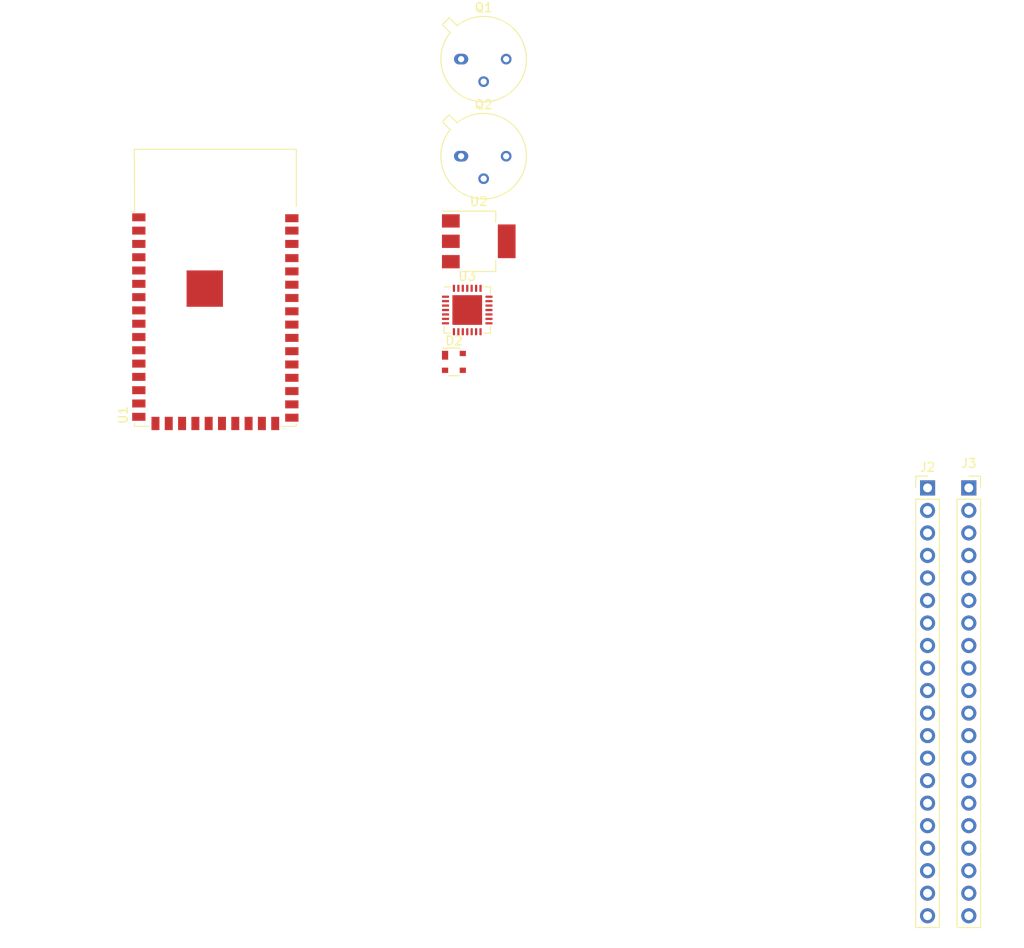
<source format=kicad_pcb>
(kicad_pcb (version 20221018) (generator pcbnew)
  (layers (0 "F.Cu" signal) (31 "B.Cu" signal) (34 "B.Paste" user) (35 "F.Paste" user) (36 "B.SilkS" user "B.Silkscreen") (37 "F.SilkS" user "F.Silkscreen") (38 "B.Mask" user) (39 "F.Mask" user) (44 "Edge.Cuts" user))
  (net 0 "")
  (net 1 "GND")
  (net 2 "/D-")
  (net 3 "/D+")
  (net 4 "VBUS")
  (net 5 "/RTS")
  (net 6 "Net-(Q1-B)")
  (net 7 "/EN_Auto")
  (net 8 "/IO0_Auto")
  (net 9 "Net-(Q2-B)")
  (net 10 "/DTR")
  (net 11 "+3.3V")
  (net 12 "/GPIO0")
  (net 13 "/GPIO1")
  (net 14 "/GPIO2")
  (net 15 "/GPIO3")
  (net 16 "/GPIO4")
  (net 17 "/GPIO5")
  (net 18 "/GPIO6")
  (net 19 "/GPIO7")
  (net 20 "/GPIO8")
  (net 21 "/GPIO9")
  (net 22 "/GPIO10")
  (net 23 "/GPIO11")
  (net 24 "/GPIO12")
  (net 25 "/GPIO13")
  (net 26 "/GPIO14")
  (net 27 "/GPIO15")
  (net 28 "/GPIO16")
  (net 29 "/GPIO17")
  (net 30 "/GPIO18")
  (net 31 "/USB_DN")
  (net 32 "/USB_DP")
  (net 33 "/GPIO21")
  (net 34 "/GPIO26")
  (net 35 "/GPIO33")
  (net 36 "/GPIO34")
  (net 37 "/GPIO35")
  (net 38 "/GPIO36")
  (net 39 "/GPIO37")
  (net 40 "/GPIO38")
  (net 41 "/GPIO39")
  (net 42 "/GPIO40")
  (net 43 "/GPIO41")
  (net 44 "/GPIO42")
  (net 45 "/TXD")
  (net 46 "/RXD")
  (net 47 "/GPIO45")
  (net 48 "/GPIO46")
  (net 49 "/CHIP_PU")
  (net 50 "+5V")
  (net 53 "Net-(U3-VBUS)")
  (net 54 "Net-(U3-~{RST})")
  (net 56 "Net-(U3-~{SUSPEND})")
  (net 69 "/RXD_CP")
  (net 70 "/TXD_CP")
  (footprint "RF_Module:ESP32-S2-WROVER" (layer "F.Cu") (at 24.275 34.595)
    (fp_text reference "U1" (at -10.41 10.53 90) (layer "F.SilkS"))
    (fp_text value "ESP32-S2-WROVER")
    (fp_line (start -9.125 -19.45) (end 9.13 -19.45) (stroke (width 0.12)) (layer "F.SilkS"))
    (fp_line (start -9.12 11.44) (end -9.12 11.8) (stroke (width 0.12)) (layer "F.SilkS"))
    (fp_line (start -9.12 11.8) (end -7.46 11.8) (stroke (width 0.12)) (layer "F.SilkS"))
    (fp_line (start -9.11 -12.37) (end -9.5 -12.37) (stroke (width 0.12)) (layer "F.SilkS"))
    (fp_line (start -9.11 -12.37) (end -9.125 -19.45) (stroke (width 0.12)) (layer "F.SilkS"))
    (fp_line (start 9.12 11.54) (end 9.12 11.8) (stroke (width 0.12)) (layer "F.SilkS"))
    (fp_line (start 9.12 11.8) (end 7.46 11.8) (stroke (width 0.12)) (layer "F.SilkS"))
    (fp_line (start 9.13 -13.03) (end 9.13 -19.45) (stroke (width 0.12)) (layer "F.SilkS"))
    (pad "1" smd rect (at -8.625 -11.775) (size 1.5 0.9) (layers "F.Cu" "F.Paste" "F.Mask") (net 1 "GND"))
    (pad "2" smd rect (at -8.625 -10.275) (size 1.5 0.9) (layers "F.Cu" "F.Paste" "F.Mask") (net 11 "+3.3V"))
    (pad "3" smd rect (at -8.625 -8.775) (size 1.5 0.9) (layers "F.Cu" "F.Paste" "F.Mask") (net 12 "/GPIO0"))
    (pad "4" smd rect (at -8.625 -7.275) (size 1.5 0.9) (layers "F.Cu" "F.Paste" "F.Mask") (net 13 "/GPIO1"))
    (pad "5" smd rect (at -8.625 -5.775) (size 1.5 0.9) (layers "F.Cu" "F.Paste" "F.Mask") (net 14 "/GPIO2"))
    (pad "6" smd rect (at -8.625 -4.275) (size 1.5 0.9) (layers "F.Cu" "F.Paste" "F.Mask") (net 15 "/GPIO3"))
    (pad "7" smd rect (at -8.625 -2.775) (size 1.5 0.9) (layers "F.Cu" "F.Paste" "F.Mask") (net 16 "/GPIO4"))
    (pad "8" smd rect (at -8.625 -1.275) (size 1.5 0.9) (layers "F.Cu" "F.Paste" "F.Mask") (net 17 "/GPIO5"))
    (pad "9" smd rect (at -8.625 0.225) (size 1.5 0.9) (layers "F.Cu" "F.Paste" "F.Mask") (net 18 "/GPIO6"))
    (pad "10" smd rect (at -8.625 1.725) (size 1.5 0.9) (layers "F.Cu" "F.Paste" "F.Mask") (net 19 "/GPIO7"))
    (pad "11" smd rect (at -8.625 3.225) (size 1.5 0.9) (layers "F.Cu" "F.Paste" "F.Mask") (net 20 "/GPIO8"))
    (pad "12" smd rect (at -8.625 4.725) (size 1.5 0.9) (layers "F.Cu" "F.Paste" "F.Mask") (net 21 "/GPIO9"))
    (pad "13" smd rect (at -8.625 6.225) (size 1.5 0.9) (layers "F.Cu" "F.Paste" "F.Mask") (net 22 "/GPIO10"))
    (pad "14" smd rect (at -8.625 7.725) (size 1.5 0.9) (layers "F.Cu" "F.Paste" "F.Mask") (net 23 "/GPIO11"))
    (pad "15" smd rect (at -8.625 9.225 180) (size 1.5 0.9) (layers "F.Cu" "F.Paste" "F.Mask") (net 24 "/GPIO12"))
    (pad "16" smd rect (at -8.625 10.725 180) (size 1.5 0.9) (layers "F.Cu" "F.Paste" "F.Mask") (net 25 "/GPIO13"))
    (pad "17" smd rect (at -6.75 11.475) (size 0.9 1.5) (layers "F.Cu" "F.Paste" "F.Mask") (net 26 "/GPIO14"))
    (pad "18" smd rect (at -5.25 11.475) (size 0.9 1.5) (layers "F.Cu" "F.Paste" "F.Mask") (net 27 "/GPIO15"))
    (pad "19" smd rect (at -3.75 11.475) (size 0.9 1.5) (layers "F.Cu" "F.Paste" "F.Mask") (net 28 "/GPIO16"))
    (pad "20" smd rect (at -2.25 11.475) (size 0.9 1.5) (layers "F.Cu" "F.Paste" "F.Mask") (net 29 "/GPIO17"))
    (pad "21" smd rect (at -0.75 11.475) (size 0.9 1.5) (layers "F.Cu" "F.Paste" "F.Mask") (net 30 "/GPIO18"))
    (pad "22" smd rect (at 0.75 11.475) (size 0.9 1.5) (layers "F.Cu" "F.Paste" "F.Mask") (net 31 "/USB_DN"))
    (pad "23" smd rect (at 2.25 11.475) (size 0.9 1.5) (layers "F.Cu" "F.Paste" "F.Mask") (net 32 "/USB_DP"))
    (pad "24" smd rect (at 3.75 11.475) (size 0.9 1.5) (layers "F.Cu" "F.Paste" "F.Mask") (net 33 "/GPIO21"))
    (pad "25" smd rect (at 5.25 11.475) (size 0.9 1.5) (layers "F.Cu" "F.Paste" "F.Mask") (net 34 "/GPIO26"))
    (pad "26" smd rect (at 6.75 11.475) (size 0.9 1.5) (layers "F.Cu" "F.Paste" "F.Mask") (net 1 "GND"))
    (pad "27" smd rect (at 8.625 10.825) (size 1.5 0.9) (layers "F.Cu" "F.Paste" "F.Mask") (net 35 "/GPIO33"))
    (pad "28" smd rect (at 8.625 9.325) (size 1.5 0.9) (layers "F.Cu" "F.Paste" "F.Mask") (net 36 "/GPIO34"))
    (pad "29" smd rect (at 8.625 7.825) (size 1.5 0.9) (layers "F.Cu" "F.Paste" "F.Mask") (net 37 "/GPIO35"))
    (pad "30" smd rect (at 8.625 6.325) (size 1.5 0.9) (layers "F.Cu" "F.Paste" "F.Mask") (net 38 "/GPIO36"))
    (pad "31" smd rect (at 8.625 4.825) (size 1.5 0.9) (layers "F.Cu" "F.Paste" "F.Mask") (net 39 "/GPIO37"))
    (pad "32" smd rect (at 8.625 3.325) (size 1.5 0.9) (layers "F.Cu" "F.Paste" "F.Mask") (net 40 "/GPIO38"))
    (pad "33" smd rect (at 8.625 1.825) (size 1.5 0.9) (layers "F.Cu" "F.Paste" "F.Mask") (net 41 "/GPIO39"))
    (pad "34" smd rect (at 8.625 0.325) (size 1.5 0.9) (layers "F.Cu" "F.Paste" "F.Mask") (net 42 "/GPIO40"))
    (pad "35" smd rect (at 8.625 -1.175) (size 1.5 0.9) (layers "F.Cu" "F.Paste" "F.Mask") (net 43 "/GPIO41"))
    (pad "36" smd rect (at 8.625 -2.675) (size 1.5 0.9) (layers "F.Cu" "F.Paste" "F.Mask") (net 44 "/GPIO42"))
    (pad "37" smd rect (at 8.625 -4.175) (size 1.5 0.9) (layers "F.Cu" "F.Paste" "F.Mask") (net 45 "/TXD"))
    (pad "38" smd rect (at 8.625 -5.675) (size 1.5 0.9) (layers "F.Cu" "F.Paste" "F.Mask") (net 46 "/RXD"))
    (pad "39" smd rect (at 8.625 -7.175) (size 1.5 0.9) (layers "F.Cu" "F.Paste" "F.Mask") (net 47 "/GPIO45"))
    (pad "40" smd rect (at 8.625 -8.775) (size 1.5 0.9) (layers "F.Cu" "F.Paste" "F.Mask") (net 48 "/GPIO46"))
    (pad "41" smd rect (at 8.625 -10.275) (size 1.5 0.9) (layers "F.Cu" "F.Paste" "F.Mask") (net 49 "/CHIP_PU"))
    (pad "42" smd rect (at 8.625 -11.675) (size 1.5 0.9) (layers "F.Cu" "F.Paste" "F.Mask") (net 1 "GND"))
    (pad "43" smd rect (at -1.19 -3.735) (size 4.1 4.1) (layers "F.Cu" "F.Paste" "F.Mask") (net 1 "GND"))
  )
  (footprint "Connector_PinHeader_2.54mm:PinHeader_1x20_P2.54mm_Vertical" (layer "F.Cu") (at 104.57 53.34)
    (fp_text reference "J2" (at 0 -2.33) (layer "F.SilkS"))
    (fp_text value "Conn_01x20_Pin")
    (fp_line (start -1.33 -1.33) (end 0 -1.33) (stroke (width 0.12)) (layer "F.SilkS"))
    (fp_line (start -1.33 0) (end -1.33 -1.33) (stroke (width 0.12)) (layer "F.SilkS"))
    (fp_line (start -1.33 1.27) (end -1.33 49.59) (stroke (width 0.12)) (layer "F.SilkS"))
    (fp_line (start -1.33 1.27) (end 1.33 1.27) (stroke (width 0.12)) (layer "F.SilkS"))
    (fp_line (start -1.33 49.59) (end 1.33 49.59) (stroke (width 0.12)) (layer "F.SilkS"))
    (fp_line (start 1.33 1.27) (end 1.33 49.59) (stroke (width 0.12)) (layer "F.SilkS"))
    (pad "1" thru_hole rect (at 0 0) (size 1.7 1.7) (drill 1) (layers "*.Cu" "*.Mask") (net 1 "GND"))
    (pad "2" thru_hole oval (at 0 2.54) (size 1.7 1.7) (drill 1) (layers "*.Cu" "*.Mask") (net 49 "/CHIP_PU"))
    (pad "3" thru_hole oval (at 0 5.08) (size 1.7 1.7) (drill 1) (layers "*.Cu" "*.Mask") (net 48 "/GPIO46"))
    (pad "4" thru_hole oval (at 0 7.62) (size 1.7 1.7) (drill 1) (layers "*.Cu" "*.Mask") (net 47 "/GPIO45"))
    (pad "5" thru_hole oval (at 0 10.16) (size 1.7 1.7) (drill 1) (layers "*.Cu" "*.Mask") (net 69 "/RXD_CP"))
    (pad "6" thru_hole oval (at 0 12.7) (size 1.7 1.7) (drill 1) (layers "*.Cu" "*.Mask") (net 70 "/TXD_CP"))
    (pad "7" thru_hole oval (at 0 15.24) (size 1.7 1.7) (drill 1) (layers "*.Cu" "*.Mask") (net 44 "/GPIO42"))
    (pad "8" thru_hole oval (at 0 17.78) (size 1.7 1.7) (drill 1) (layers "*.Cu" "*.Mask") (net 43 "/GPIO41"))
    (pad "9" thru_hole oval (at 0 20.32) (size 1.7 1.7) (drill 1) (layers "*.Cu" "*.Mask") (net 42 "/GPIO40"))
    (pad "10" thru_hole oval (at 0 22.86) (size 1.7 1.7) (drill 1) (layers "*.Cu" "*.Mask") (net 41 "/GPIO39"))
    (pad "11" thru_hole oval (at 0 25.4) (size 1.7 1.7) (drill 1) (layers "*.Cu" "*.Mask") (net 40 "/GPIO38"))
    (pad "12" thru_hole oval (at 0 27.94) (size 1.7 1.7) (drill 1) (layers "*.Cu" "*.Mask") (net 39 "/GPIO37"))
    (pad "13" thru_hole oval (at 0 30.48) (size 1.7 1.7) (drill 1) (layers "*.Cu" "*.Mask") (net 38 "/GPIO36"))
    (pad "14" thru_hole oval (at 0 33.02) (size 1.7 1.7) (drill 1) (layers "*.Cu" "*.Mask") (net 37 "/GPIO35"))
    (pad "15" thru_hole oval (at 0 35.56) (size 1.7 1.7) (drill 1) (layers "*.Cu" "*.Mask") (net 36 "/GPIO34"))
    (pad "16" thru_hole oval (at 0 38.1) (size 1.7 1.7) (drill 1) (layers "*.Cu" "*.Mask") (net 35 "/GPIO33"))
    (pad "17" thru_hole oval (at 0 40.64) (size 1.7 1.7) (drill 1) (layers "*.Cu" "*.Mask") (net 34 "/GPIO26"))
    (pad "18" thru_hole oval (at 0 43.18) (size 1.7 1.7) (drill 1) (layers "*.Cu" "*.Mask") (net 33 "/GPIO21"))
    (pad "19" thru_hole oval (at 0 45.72) (size 1.7 1.7) (drill 1) (layers "*.Cu" "*.Mask") (net 1 "GND"))
    (pad "20" thru_hole oval (at 0 48.26) (size 1.7 1.7) (drill 1) (layers "*.Cu" "*.Mask") (net 1 "GND"))
  )
  (footprint "Package_TO_SOT_SMD:SOT-223-3_TabPin2" (layer "F.Cu") (at 53.975 25.525)
    (fp_text reference "U2" (at 0 -4.5) (layer "F.SilkS"))
    (fp_text value "AMS1117")
    (fp_line (start -4.1 -3.41) (end 1.91 -3.41) (stroke (width 0.12)) (layer "F.SilkS"))
    (fp_line (start -1.85 3.41) (end 1.91 3.41) (stroke (width 0.12)) (layer "F.SilkS"))
    (fp_line (start 1.91 -3.41) (end 1.91 -2.15) (stroke (width 0.12)) (layer "F.SilkS"))
    (fp_line (start 1.91 3.41) (end 1.91 2.15) (stroke (width 0.12)) (layer "F.SilkS"))
    (pad "1" smd rect (at -3.15 -2.3) (size 2 1.5) (layers "F.Cu" "F.Paste" "F.Mask") (net 1 "GND"))
    (pad "2" smd rect (at -3.15 0) (size 2 1.5) (layers "F.Cu" "F.Paste" "F.Mask") (net 11 "+3.3V"))
    (pad "2" smd rect (at 3.15 0) (size 2 3.8) (layers "F.Cu" "F.Paste" "F.Mask") (net 11 "+3.3V"))
    (pad "3" smd rect (at -3.15 2.3) (size 2 1.5) (layers "F.Cu" "F.Paste" "F.Mask") (net 50 "+5V"))
  )
  (footprint "Package_TO_SOT_SMD:SOT-143" (layer "F.Cu") (at 51.175 39.125)
    (fp_text reference "D2" (at 0.02 -2.38) (layer "F.SilkS"))
    (fp_text value "SP0503BAHT")
    (fp_line (start -0.65 1.56) (end 0.65 1.56) (stroke (width 0.12)) (layer "F.SilkS"))
    (fp_line (start 0.65 -1.56) (end -1.35 -1.56) (stroke (width 0.12)) (layer "F.SilkS"))
    (pad "1" smd rect (at -1 -0.75) (size 0.7 1) (layers "F.Cu" "F.Paste" "F.Mask") (net 1 "GND"))
    (pad "2" smd rect (at -1 0.95) (size 0.7 0.6) (layers "F.Cu" "F.Paste" "F.Mask") (net 2 "/D-"))
    (pad "3" smd rect (at 1 0.95) (size 0.7 0.6) (layers "F.Cu" "F.Paste" "F.Mask") (net 3 "/D+"))
    (pad "4" smd rect (at 1 -0.95) (size 0.7 0.6) (layers "F.Cu" "F.Paste" "F.Mask") (net 4 "VBUS"))
  )
  (footprint "Package_TO_SOT_THT:TO-39-3" (layer "F.Cu") (at 51.985 15.925)
    (fp_text reference "Q2" (at 2.54 -5.82) (layer "F.SilkS"))
    (fp_text value "2N2219")
    (fp_line (start -2.125856 -3.888039) (end -1.234902 -2.997084) (stroke (width 0.12)) (layer "F.SilkS"))
    (fp_line (start -1.348039 -4.665856) (end -2.125856 -3.888039) (stroke (width 0.12)) (layer "F.SilkS"))
    (fp_line (start -0.457084 -3.774902) (end -1.348039 -4.665856) (stroke (width 0.12)) (layer "F.SilkS"))
    (fp_arc (start -0.457084 -3.774902) (mid 5.948125 3.408384) (end -1.234674 -2.997371) (stroke (width 0.12)) (layer "F.SilkS"))
    (pad "1" thru_hole oval (at 0 0) (size 1.6 1.2) (drill 0.7) (layers "*.Cu" "*.Mask") (net 8 "/IO0_Auto"))
    (pad "2" thru_hole oval (at 2.54 2.54) (size 1.2 1.2) (drill 0.7) (layers "*.Cu" "*.Mask") (net 9 "Net-(Q2-B)"))
    (pad "3" thru_hole oval (at 5.08 0) (size 1.2 1.2) (drill 0.7) (layers "*.Cu" "*.Mask") (net 10 "/DTR"))
  )
  (footprint "Package_DFN_QFN:QFN-28-1EP_5x5mm_P0.5mm_EP3.35x3.35mm" (layer "F.Cu") (at 52.675 33.275)
    (fp_text reference "U3" (at 0 -3.8) (layer "F.SilkS"))
    (fp_text value "CP2102N-Axx-xQFN28")
    (fp_line (start -2.61 2.61) (end -2.61 1.885) (stroke (width 0.12)) (layer "F.SilkS"))
    (fp_line (start -1.885 -2.61) (end -2.61 -2.61) (stroke (width 0.12)) (layer "F.SilkS"))
    (fp_line (start -1.885 2.61) (end -2.61 2.61) (stroke (width 0.12)) (layer "F.SilkS"))
    (fp_line (start 1.885 -2.61) (end 2.61 -2.61) (stroke (width 0.12)) (layer "F.SilkS"))
    (fp_line (start 1.885 2.61) (end 2.61 2.61) (stroke (width 0.12)) (layer "F.SilkS"))
    (fp_line (start 2.61 -2.61) (end 2.61 -1.885) (stroke (width 0.12)) (layer "F.SilkS"))
    (fp_line (start 2.61 2.61) (end 2.61 1.885) (stroke (width 0.12)) (layer "F.SilkS"))
    (pad "1" smd roundrect (at -2.45 -1.5) (size 0.8 0.25) (layers "F.Cu" "F.Paste" "F.Mask"))
    (pad "2" smd roundrect (at -2.45 -1) (size 0.8 0.25) (layers "F.Cu" "F.Paste" "F.Mask"))
    (pad "3" smd roundrect (at -2.45 -0.5) (size 0.8 0.25) (layers "F.Cu" "F.Paste" "F.Mask") (net 1 "GND"))
    (pad "4" smd roundrect (at -2.45 0) (size 0.8 0.25) (layers "F.Cu" "F.Paste" "F.Mask") (net 3 "/D+"))
    (pad "5" smd roundrect (at -2.45 0.5) (size 0.8 0.25) (layers "F.Cu" "F.Paste" "F.Mask") (net 2 "/D-"))
    (pad "6" smd roundrect (at -2.45 1) (size 0.8 0.25) (layers "F.Cu" "F.Paste" "F.Mask") (net 11 "+3.3V"))
    (pad "7" smd roundrect (at -2.45 1.5) (size 0.8 0.25) (layers "F.Cu" "F.Paste" "F.Mask") (net 11 "+3.3V"))
    (pad "8" smd roundrect (at -1.5 2.45) (size 0.25 0.8) (layers "F.Cu" "F.Paste" "F.Mask") (net 53 "Net-(U3-VBUS)"))
    (pad "9" smd roundrect (at -1 2.45) (size 0.25 0.8) (layers "F.Cu" "F.Paste" "F.Mask") (net 54 "Net-(U3-~{RST})"))
    (pad "10" smd roundrect (at -0.5 2.45) (size 0.25 0.8) (layers "F.Cu" "F.Paste" "F.Mask"))
    (pad "11" smd roundrect (at 0 2.45) (size 0.25 0.8) (layers "F.Cu" "F.Paste" "F.Mask") (net 56 "Net-(U3-~{SUSPEND})"))
    (pad "12" smd roundrect (at 0.5 2.45) (size 0.25 0.8) (layers "F.Cu" "F.Paste" "F.Mask"))
    (pad "13" smd roundrect (at 1 2.45) (size 0.25 0.8) (layers "F.Cu" "F.Paste" "F.Mask"))
    (pad "14" smd roundrect (at 1.5 2.45) (size 0.25 0.8) (layers "F.Cu" "F.Paste" "F.Mask"))
    (pad "15" smd roundrect (at 2.45 1.5) (size 0.8 0.25) (layers "F.Cu" "F.Paste" "F.Mask"))
    (pad "16" smd roundrect (at 2.45 1) (size 0.8 0.25) (layers "F.Cu" "F.Paste" "F.Mask"))
    (pad "17" smd roundrect (at 2.45 0.5) (size 0.8 0.25) (layers "F.Cu" "F.Paste" "F.Mask"))
    (pad "18" smd roundrect (at 2.45 0) (size 0.8 0.25) (layers "F.Cu" "F.Paste" "F.Mask"))
    (pad "19" smd roundrect (at 2.45 -0.5) (size 0.8 0.25) (layers "F.Cu" "F.Paste" "F.Mask"))
    (pad "20" smd roundrect (at 2.45 -1) (size 0.8 0.25) (layers "F.Cu" "F.Paste" "F.Mask"))
    (pad "21" smd roundrect (at 2.45 -1.5) (size 0.8 0.25) (layers "F.Cu" "F.Paste" "F.Mask"))
    (pad "22" smd roundrect (at 1.5 -2.45) (size 0.25 0.8) (layers "F.Cu" "F.Paste" "F.Mask"))
    (pad "23" smd roundrect (at 1 -2.45) (size 0.25 0.8) (layers "F.Cu" "F.Paste" "F.Mask"))
    (pad "24" smd roundrect (at 0.5 -2.45) (size 0.25 0.8) (layers "F.Cu" "F.Paste" "F.Mask") (net 5 "/RTS"))
    (pad "25" smd roundrect (at 0 -2.45) (size 0.25 0.8) (layers "F.Cu" "F.Paste" "F.Mask") (net 69 "/RXD_CP"))
    (pad "26" smd roundrect (at -0.5 -2.45) (size 0.25 0.8) (layers "F.Cu" "F.Paste" "F.Mask") (net 70 "/TXD_CP"))
    (pad "27" smd roundrect (at -1 -2.45) (size 0.25 0.8) (layers "F.Cu" "F.Paste" "F.Mask"))
    (pad "28" smd roundrect (at -1.5 -2.45) (size 0.25 0.8) (layers "F.Cu" "F.Paste" "F.Mask") (net 10 "/DTR"))
    (pad "29" smd rect (at 0 0) (size 3.35 3.35) (layers "F.Cu" "F.Mask") (net 1 "GND"))
  )
  (footprint "Connector_PinSocket_2.54mm:PinSocket_1x20_P2.54mm_Vertical" (layer "F.Cu") (at 109.22 53.34)
    (fp_text reference "J3" (at 0 -2.77) (layer "F.SilkS"))
    (fp_text value "Conn_01x20_Pin")
    (fp_line (start -1.33 1.27) (end -1.33 49.59) (stroke (width 0.12)) (layer "F.SilkS"))
    (fp_line (start -1.33 1.27) (end 1.33 1.27) (stroke (width 0.12)) (layer "F.SilkS"))
    (fp_line (start -1.33 49.59) (end 1.33 49.59) (stroke (width 0.12)) (layer "F.SilkS"))
    (fp_line (start 0 -1.33) (end 1.33 -1.33) (stroke (width 0.12)) (layer "F.SilkS"))
    (fp_line (start 1.33 -1.33) (end 1.33 0) (stroke (width 0.12)) (layer "F.SilkS"))
    (fp_line (start 1.33 1.27) (end 1.33 49.59) (stroke (width 0.12)) (layer "F.SilkS"))
    (pad "1" thru_hole rect (at 0 0) (size 1.7 1.7) (drill 1) (layers "*.Cu" "*.Mask") (net 11 "+3.3V"))
    (pad "2" thru_hole oval (at 0 2.54) (size 1.7 1.7) (drill 1) (layers "*.Cu" "*.Mask") (net 12 "/GPIO0"))
    (pad "3" thru_hole oval (at 0 5.08) (size 1.7 1.7) (drill 1) (layers "*.Cu" "*.Mask") (net 13 "/GPIO1"))
    (pad "4" thru_hole oval (at 0 7.62) (size 1.7 1.7) (drill 1) (layers "*.Cu" "*.Mask") (net 14 "/GPIO2"))
    (pad "5" thru_hole oval (at 0 10.16) (size 1.7 1.7) (drill 1) (layers "*.Cu" "*.Mask") (net 15 "/GPIO3"))
    (pad "6" thru_hole oval (at 0 12.7) (size 1.7 1.7) (drill 1) (layers "*.Cu" "*.Mask") (net 16 "/GPIO4"))
    (pad "7" thru_hole oval (at 0 15.24) (size 1.7 1.7) (drill 1) (layers "*.Cu" "*.Mask") (net 17 "/GPIO5"))
    (pad "8" thru_hole oval (at 0 17.78) (size 1.7 1.7) (drill 1) (layers "*.Cu" "*.Mask") (net 18 "/GPIO6"))
    (pad "9" thru_hole oval (at 0 20.32) (size 1.7 1.7) (drill 1) (layers "*.Cu" "*.Mask") (net 19 "/GPIO7"))
    (pad "10" thru_hole oval (at 0 22.86) (size 1.7 1.7) (drill 1) (layers "*.Cu" "*.Mask") (net 20 "/GPIO8"))
    (pad "11" thru_hole oval (at 0 25.4) (size 1.7 1.7) (drill 1) (layers "*.Cu" "*.Mask") (net 21 "/GPIO9"))
    (pad "12" thru_hole oval (at 0 27.94) (size 1.7 1.7) (drill 1) (layers "*.Cu" "*.Mask") (net 22 "/GPIO10"))
    (pad "13" thru_hole oval (at 0 30.48) (size 1.7 1.7) (drill 1) (layers "*.Cu" "*.Mask") (net 23 "/GPIO11"))
    (pad "14" thru_hole oval (at 0 33.02) (size 1.7 1.7) (drill 1) (layers "*.Cu" "*.Mask") (net 24 "/GPIO12"))
    (pad "15" thru_hole oval (at 0 35.56) (size 1.7 1.7) (drill 1) (layers "*.Cu" "*.Mask") (net 25 "/GPIO13"))
    (pad "16" thru_hole oval (at 0 38.1) (size 1.7 1.7) (drill 1) (layers "*.Cu" "*.Mask") (net 26 "/GPIO14"))
    (pad "17" thru_hole oval (at 0 40.64) (size 1.7 1.7) (drill 1) (layers "*.Cu" "*.Mask") (net 27 "/GPIO15"))
    (pad "18" thru_hole oval (at 0 43.18) (size 1.7 1.7) (drill 1) (layers "*.Cu" "*.Mask") (net 28 "/GPIO16"))
    (pad "19" thru_hole oval (at 0 45.72) (size 1.7 1.7) (drill 1) (layers "*.Cu" "*.Mask") (net 29 "/GPIO17"))
    (pad "20" thru_hole oval (at 0 48.26) (size 1.7 1.7) (drill 1) (layers "*.Cu" "*.Mask") (net 50 "+5V"))
  )
  (footprint "Package_TO_SOT_THT:TO-39-3" (layer "F.Cu") (at 51.985 4.975)
    (fp_text reference "Q1" (at 2.54 -5.82) (layer "F.SilkS"))
    (fp_text value "2N2219")
    (fp_line (start -2.125856 -3.888039) (end -1.234902 -2.997084) (stroke (width 0.12)) (layer "F.SilkS"))
    (fp_line (start -1.348039 -4.665856) (end -2.125856 -3.888039) (stroke (width 0.12)) (layer "F.SilkS"))
    (fp_line (start -0.457084 -3.774902) (end -1.348039 -4.665856) (stroke (width 0.12)) (layer "F.SilkS"))
    (fp_arc (start -0.457084 -3.774902) (mid 5.948125 3.408384) (end -1.234674 -2.997371) (stroke (width 0.12)) (layer "F.SilkS"))
    (pad "1" thru_hole oval (at 0 0) (size 1.6 1.2) (drill 0.7) (layers "*.Cu" "*.Mask") (net 5 "/RTS"))
    (pad "2" thru_hole oval (at 2.54 2.54) (size 1.2 1.2) (drill 0.7) (layers "*.Cu" "*.Mask") (net 6 "Net-(Q1-B)"))
    (pad "3" thru_hole oval (at 5.08 0) (size 1.2 1.2) (drill 0.7) (layers "*.Cu" "*.Mask") (net 7 "/EN_Auto"))
  )
)
</source>
